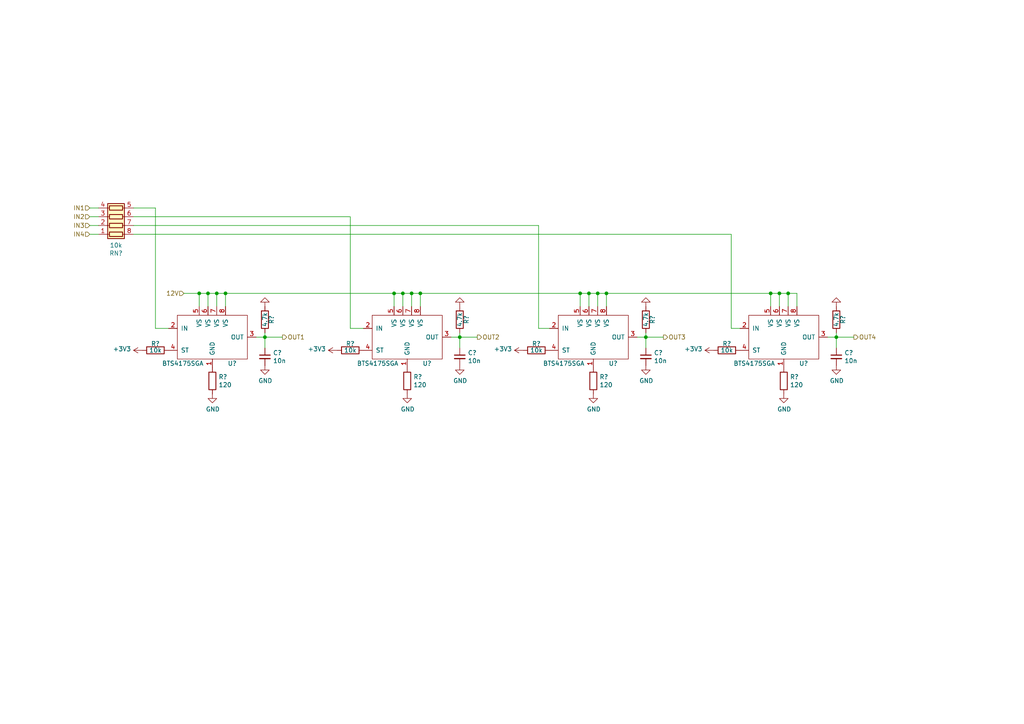
<source format=kicad_sch>
(kicad_sch (version 20211123) (generator eeschema)
  (paper "A4")
  (title_block (title "rusEfi Proteus") (date "2022-04-09") (rev "v0.7") (company "rusEFI") (comment 1 "github.com/mck1117/proteus") (comment 2 "rusefi.com/s/proteus"))
  (lib_symbols
    (symbol "Device:C_Small" (pin_numbers hide) (pin_names (offset 0.254) hide)
      (property "Reference" "C" (at 0.254 1.778 0))
      (property "Value" "C_Small" (at 0.254 -2.032 0))
      (symbol "C_Small_0_1"
        (polyline (pts (xy -1.524 -0.508) (xy 1.524 -0.508)) (stroke (width 0.3302)))
        (polyline (pts (xy -1.524 0.508) (xy 1.524 0.508)) (stroke (width 0.3048)))
      )
      (symbol "C_Small_1_1"
        (pin passive line (at 0 2.54 270) (length 2.032) (name "~") (number "1"))
        (pin passive line (at 0 -2.54 90) (length 2.032) (name "~") (number "2"))
      )
    )
    (symbol "Device:R" (pin_numbers hide) (pin_names (offset 0))
      (property "Reference" "R" (at 2.032 0 90))
      (property "Value" "R" (at 0 0 90))
      (symbol "R_0_1"
        (rectangle (start -1.016 -2.54) (end 1.016 2.54) (stroke (width 0.254)))
      )
      (symbol "R_1_1"
        (pin passive line (at 0 3.81 270) (length 1.27) (name "~") (number "1"))
        (pin passive line (at 0 -3.81 90) (length 1.27) (name "~") (number "2"))
      )
    )
    (symbol "Device:R_Pack04" (pin_names (offset 0) hide)
      (property "Reference" "RN" (at -7.62 0 90))
      (property "Value" "R_Pack04" (at 5.08 0 90))
      (symbol "R_Pack04_0_1"
        (rectangle (start -6.35 -2.413) (end 3.81 2.413) (stroke (width 0.254)) (fill (type background)))
        (rectangle (start -5.715 1.905) (end -4.445 -1.905) (stroke (width 0.254)))
        (rectangle (start -3.175 1.905) (end -1.905 -1.905) (stroke (width 0.254)))
        (rectangle (start -0.635 1.905) (end 0.635 -1.905) (stroke (width 0.254)))
        (polyline (pts (xy -5.08 -2.54) (xy -5.08 -1.905)))
        (polyline (pts (xy -5.08 1.905) (xy -5.08 2.54)))
        (polyline (pts (xy -2.54 -2.54) (xy -2.54 -1.905)))
        (polyline (pts (xy -2.54 1.905) (xy -2.54 2.54)))
        (polyline (pts (xy 0 -2.54) (xy 0 -1.905)))
        (polyline (pts (xy 0 1.905) (xy 0 2.54)))
        (polyline (pts (xy 2.54 -2.54) (xy 2.54 -1.905)))
        (polyline (pts (xy 2.54 1.905) (xy 2.54 2.54)))
        (rectangle (start 1.905 1.905) (end 3.175 -1.905) (stroke (width 0.254)))
      )
      (symbol "R_Pack04_1_1"
        (pin passive line (at -5.08 -5.08 90) (length 2.54) (name "R1.1") (number "1"))
        (pin passive line (at -2.54 -5.08 90) (length 2.54) (name "R2.1") (number "2"))
        (pin passive line (at 0 -5.08 90) (length 2.54) (name "R3.1") (number "3"))
        (pin passive line (at 2.54 -5.08 90) (length 2.54) (name "R4.1") (number "4"))
        (pin passive line (at 2.54 5.08 270) (length 2.54) (name "R4.2") (number "5"))
        (pin passive line (at 0 5.08 270) (length 2.54) (name "R3.2") (number "6"))
        (pin passive line (at -2.54 5.08 270) (length 2.54) (name "R2.2") (number "7"))
        (pin passive line (at -5.08 5.08 270) (length 2.54) (name "R1.2") (number "8"))
      )
    )
    (symbol "bts4175:BTS4175SGA" (pin_names (offset 1.016))
      (property "Reference" "U" (at -6.35 -7.62 0))
      (property "Value" "BTS4175SGA" (at 8.89 -7.62 0))
      (symbol "BTS4175SGA_0_1"
        (polyline (pts (xy -7.62 6.35) (xy 12.7 6.35) (xy 12.7 -6.35) (xy -7.62 -6.35) (xy -7.62 6.35)))
      )
      (symbol "BTS4175SGA_1_1"
        (pin bidirectional line (at 2.54 -8.89 90) (length 2.54) (name "GND") (number "1"))
        (pin input line (at -10.16 2.54 0) (length 2.54) (name "IN") (number "2"))
        (pin power_out line (at 15.24 0 180) (length 2.54) (name "OUT") (number "3"))
        (pin open_collector line (at -10.16 -3.81 0) (length 2.54) (name "ST") (number "4"))
        (pin power_in line (at -1.27 8.89 270) (length 2.54) (name "VS") (number "5"))
        (pin power_in line (at 1.27 8.89 270) (length 2.54) (name "VS") (number "6"))
        (pin power_in line (at 3.81 8.89 270) (length 2.54) (name "VS") (number "7"))
        (pin power_in line (at 6.35 8.89 270) (length 2.54) (name "VS") (number "8"))
      )
    )
    (symbol "power:GND" (power) (pin_names (offset 0))
      (property "Value" "GND" (at 0 -3.81 0))
      (symbol "GND_0_1"
        (polyline (pts (xy 0 0) (xy 0 -1.27) (xy 1.27 -1.27) (xy 0 -2.54) (xy -1.27 -1.27) (xy 0 -1.27)))
      )
      (symbol "GND_1_1"
        (pin power_in line (at 0 0 270) (length 0) hide (name "GND") (number "1"))
      )
    )
    (symbol "proteus-rescue:+3.3V-power" (power) (pin_names (offset 0))
      (property "Value" "+3.3V-power" (at 0 3.556 0))
      (symbol "+3.3V-power_0_1"
        (polyline (pts (xy -0.762 1.27) (xy 0 2.54)))
        (polyline (pts (xy 0 0) (xy 0 2.54)))
        (polyline (pts (xy 0 2.54) (xy 0.762 1.27)))
      )
      (symbol "+3.3V-power_1_1"
        (pin power_in line (at 0 0 90) (length 0) hide (name "+3V3") (number "1"))
      )
    )
  )
  (junction (at 228.6 85.09))
  (junction (at 57.785 85.09))
  (junction (at 168.275 85.09))
  (junction (at 121.92 85.09))
  (junction (at 175.895 85.09))
  (junction (at 76.835 97.79))
  (junction (at 170.815 85.09))
  (junction (at 173.355 85.09))
  (junction (at 133.35 97.79))
  (junction (at 62.865 85.09))
  (junction (at 60.325 85.09))
  (junction (at 116.84 85.09))
  (junction (at 226.06 85.09))
  (junction (at 223.52 85.09))
  (junction (at 119.38 85.09))
  (junction (at 187.325 97.79))
  (junction (at 242.57 97.79))
  (junction (at 65.405 85.09))
  (junction (at 114.3 85.09))
  (wire (pts (xy 226.06 88.9) (xy 226.06 85.09)))
  (wire (pts (xy 156.21 95.25) (xy 159.385 95.25)))
  (wire (pts (xy 28.575 60.325) (xy 26.035 60.325)))
  (wire (pts (xy 231.14 85.09) (xy 231.14 88.9)))
  (wire (pts (xy 38.735 67.945) (xy 212.09 67.945)))
  (wire (pts (xy 76.835 97.79) (xy 76.835 100.965)))
  (wire (pts (xy 76.835 96.52) (xy 76.835 97.79)))
  (wire (pts (xy 226.06 85.09) (xy 228.6 85.09)))
  (wire (pts (xy 228.6 85.09) (xy 231.14 85.09)))
  (wire (pts (xy 223.52 85.09) (xy 226.06 85.09)))
  (wire (pts (xy 28.575 65.405) (xy 26.035 65.405)))
  (wire (pts (xy 57.785 88.9) (xy 57.785 85.09)))
  (wire (pts (xy 62.865 85.09) (xy 65.405 85.09)))
  (wire (pts (xy 173.355 85.09) (xy 173.355 88.9)))
  (wire (pts (xy 26.035 67.945) (xy 28.575 67.945)))
  (wire (pts (xy 53.34 85.09) (xy 57.785 85.09)))
  (wire (pts (xy 175.895 85.09) (xy 175.895 88.9)))
  (wire (pts (xy 26.035 62.865) (xy 28.575 62.865)))
  (wire (pts (xy 116.84 88.9) (xy 116.84 85.09)))
  (wire (pts (xy 168.275 88.9) (xy 168.275 85.09)))
  (wire (pts (xy 121.92 85.09) (xy 168.275 85.09)))
  (wire (pts (xy 62.865 85.09) (xy 62.865 88.9)))
  (wire (pts (xy 65.405 85.09) (xy 65.405 88.9)))
  (wire (pts (xy 187.325 97.79) (xy 187.325 100.965)))
  (wire (pts (xy 187.325 96.52) (xy 187.325 97.79)))
  (wire (pts (xy 101.6 95.25) (xy 105.41 95.25)))
  (wire (pts (xy 130.81 97.79) (xy 133.35 97.79)))
  (wire (pts (xy 133.35 96.52) (xy 133.35 97.79)))
  (wire (pts (xy 114.3 88.9) (xy 114.3 85.09)))
  (wire (pts (xy 223.52 88.9) (xy 223.52 85.09)))
  (wire (pts (xy 119.38 85.09) (xy 119.38 88.9)))
  (wire (pts (xy 175.895 85.09) (xy 223.52 85.09)))
  (wire (pts (xy 76.835 97.79) (xy 81.915 97.79)))
  (wire (pts (xy 116.84 85.09) (xy 119.38 85.09)))
  (wire (pts (xy 170.815 85.09) (xy 173.355 85.09)))
  (wire (pts (xy 65.405 85.09) (xy 114.3 85.09)))
  (wire (pts (xy 133.35 97.79) (xy 133.35 100.965)))
  (wire (pts (xy 242.57 97.79) (xy 247.65 97.79)))
  (wire (pts (xy 242.57 96.52) (xy 242.57 97.79)))
  (wire (pts (xy 60.325 88.9) (xy 60.325 85.09)))
  (wire (pts (xy 114.3 85.09) (xy 116.84 85.09)))
  (wire (pts (xy 156.21 65.405) (xy 156.21 95.25)))
  (wire (pts (xy 184.785 97.79) (xy 187.325 97.79)))
  (wire (pts (xy 45.085 60.325) (xy 45.085 95.25)))
  (wire (pts (xy 119.38 85.09) (xy 121.92 85.09)))
  (wire (pts (xy 38.735 65.405) (xy 156.21 65.405)))
  (wire (pts (xy 170.815 88.9) (xy 170.815 85.09)))
  (wire (pts (xy 60.325 85.09) (xy 62.865 85.09)))
  (wire (pts (xy 38.735 60.325) (xy 45.085 60.325)))
  (wire (pts (xy 242.57 97.79) (xy 242.57 100.965)))
  (wire (pts (xy 240.03 97.79) (xy 242.57 97.79)))
  (wire (pts (xy 133.35 97.79) (xy 138.43 97.79)))
  (wire (pts (xy 228.6 85.09) (xy 228.6 88.9)))
  (wire (pts (xy 121.92 85.09) (xy 121.92 88.9)))
  (wire (pts (xy 45.085 95.25) (xy 48.895 95.25)))
  (wire (pts (xy 173.355 85.09) (xy 175.895 85.09)))
  (wire (pts (xy 57.785 85.09) (xy 60.325 85.09)))
  (wire (pts (xy 168.275 85.09) (xy 170.815 85.09)))
  (wire (pts (xy 212.09 95.25) (xy 214.63 95.25)))
  (wire (pts (xy 212.09 67.945) (xy 212.09 95.25)))
  (wire (pts (xy 187.325 97.79) (xy 192.405 97.79)))
  (wire (pts (xy 101.6 62.865) (xy 101.6 95.25)))
  (wire (pts (xy 74.295 97.79) (xy 76.835 97.79)))
  (wire (pts (xy 38.735 62.865) (xy 101.6 62.865)))
  (hierarchical_label "IN2" (shape input) (at 26.035 62.865 180))
  (hierarchical_label "IN3" (shape input) (at 26.035 65.405 180))
  (hierarchical_label "IN1" (shape input) (at 26.035 60.325 180))
  (hierarchical_label "IN4" (shape input) (at 26.035 67.945 180))
  (hierarchical_label "OUT3" (shape output) (at 192.405 97.79 0))
  (hierarchical_label "12V" (shape input) (at 53.34 85.09 180))
  (hierarchical_label "OUT4" (shape output) (at 247.65 97.79 0))
  (hierarchical_label "OUT2" (shape output) (at 138.43 97.79 0))
  (hierarchical_label "OUT1" (shape output) (at 81.915 97.79 0))
  (symbol (lib_id "Device:R_Pack04") (at 33.655 62.865 270) (mirror x) (unit 1)
    (property "Reference" "RN?" (at 33.655 73.4568 90))
    (property "Value" "10k" (at 33.655 71.1454 90))
    (property "Footprint" "Resistor_SMD:R_Array_Convex_4x0603" (effects hide))
    (property "PN" "CAT16-1002F4LF" (effects hide))
    (property "LCSC" "C29718" (effects hide))
    (property "LCSC_ext" "0" (effects hide))
  )
  (symbol (lib_id "Device:C_Small") (at 242.57 103.505 0) (unit 1)
    (property "Reference" "C?" (at 244.9068 102.3366 0) (effects (justify left)))
    (property "Value" "10n" (at 244.9068 104.648 0) (effects (justify left)))
    (property "Footprint" "Capacitor_SMD:C_0603_1608Metric" (effects hide))
    (property "LCSC" "C57112" (effects hide))
    (property "LCSC_ext" "0" (effects hide))
  )
  (symbol (lib_id "Device:C_Small") (at 76.835 103.505 0) (unit 1)
    (property "Reference" "C?" (at 79.1718 102.3366 0) (effects (justify left)))
    (property "Value" "10n" (at 79.1718 104.648 0) (effects (justify left)))
    (property "Footprint" "Capacitor_SMD:C_0603_1608Metric" (effects hide))
    (property "LCSC" "C57112" (effects hide))
    (property "LCSC_ext" "0" (effects hide))
  )
  (symbol (lib_id "Device:C_Small") (at 133.35 103.505 0) (unit 1)
    (property "Reference" "C?" (at 135.6868 102.3366 0) (effects (justify left)))
    (property "Value" "10n" (at 135.6868 104.648 0) (effects (justify left)))
    (property "Footprint" "Capacitor_SMD:C_0603_1608Metric" (effects hide))
    (property "LCSC" "C57112" (effects hide))
    (property "LCSC_ext" "0" (effects hide))
  )
  (symbol (lib_id "Device:C_Small") (at 187.325 103.505 0) (unit 1)
    (property "Reference" "C?" (at 189.6618 102.3366 0) (effects (justify left)))
    (property "Value" "10n" (at 189.6618 104.648 0) (effects (justify left)))
    (property "Footprint" "Capacitor_SMD:C_0603_1608Metric" (effects hide))
    (property "LCSC" "C57112" (effects hide))
    (property "LCSC_ext" "0" (effects hide))
  )
  (symbol (lib_id "bts4175:BTS4175SGA") (at 59.055 97.79 0) (unit 1)
    (property "Reference" "U?" (at 66.04 105.41 0) (effects (justify left)))
    (property "Value" "BTS4175SGA" (at 46.99 105.41 0) (effects (justify left)))
    (property "Footprint" "Package_SO:SOIC-8_3.9x4.9mm_P1.27mm" (effects hide))
    (property "LCSC" "C152451" (effects hide))
    (property "LCSC_ext" "1" (effects hide))
    (property "PN" "BTS4175" (effects hide))
    (property "possible_not_ext" "1" (effects hide))
  )
  (symbol (lib_id "power:GND") (at 61.595 114.3 0) (unit 1)
    (property "Reference" "#PWR0261" (effects hide))
    (property "Value" "GND" (at 61.722 118.6942 0))
  )
  (symbol (lib_id "power:GND") (at 76.835 106.045 0) (unit 1)
    (property "Reference" "#PWR0263" (effects hide))
    (property "Value" "GND" (at 76.962 110.4392 0))
  )
  (symbol (lib_id "Device:R") (at 61.595 110.49 0) (unit 1)
    (property "Reference" "R?" (at 63.373 109.3216 0) (effects (justify left)))
    (property "Value" "120" (at 63.373 111.633 0) (effects (justify left)))
    (property "Footprint" "Resistor_SMD:R_0603_1608Metric" (effects hide))
    (property "LCSC" "C22787" (effects hide))
    (property "LCSC_ext" "0" (effects hide))
  )
  (symbol (lib_id "Device:R") (at 45.085 101.6 270) (unit 1)
    (property "Reference" "R?" (at 45.085 99.695 90))
    (property "Value" "10k" (at 45.085 101.6 90))
    (property "Footprint" "Resistor_SMD:R_0402_1005Metric" (effects hide))
    (property "LCSC" "C25744" (effects hide))
    (property "LCSC_ext" "0" (effects hide))
  )
  (symbol (lib_id "proteus-rescue:+3.3V-power") (at 41.275 101.6 90) (unit 1)
    (property "Reference" "#PWR?" (effects hide))
    (property "Value" "+3.3V" (at 38.0238 101.219 90) (effects (justify left)))
  )
  (symbol (lib_id "bts4175:BTS4175SGA") (at 115.57 97.79 0) (unit 1)
    (property "Reference" "U?" (at 122.555 105.41 0) (effects (justify left)))
    (property "Value" "BTS4175SGA" (at 103.505 105.41 0) (effects (justify left)))
    (property "Footprint" "Package_SO:SOIC-8_3.9x4.9mm_P1.27mm" (effects hide))
    (property "LCSC" "C152451" (effects hide))
    (property "LCSC_ext" "1" (effects hide))
    (property "PN" "BTS4175" (effects hide))
    (property "possible_not_ext" "1" (effects hide))
  )
  (symbol (lib_id "power:GND") (at 118.11 114.3 0) (unit 1)
    (property "Reference" "#PWR0265" (effects hide))
    (property "Value" "GND" (at 118.237 118.6942 0))
  )
  (symbol (lib_id "power:GND") (at 133.35 106.045 0) (unit 1)
    (property "Reference" "#PWR0267" (effects hide))
    (property "Value" "GND" (at 133.477 110.4392 0))
  )
  (symbol (lib_id "Device:R") (at 118.11 110.49 0) (unit 1)
    (property "Reference" "R?" (at 119.888 109.3216 0) (effects (justify left)))
    (property "Value" "120" (at 119.888 111.633 0) (effects (justify left)))
    (property "Footprint" "Resistor_SMD:R_0603_1608Metric" (effects hide))
    (property "LCSC" "C22787" (effects hide))
    (property "LCSC_ext" "0" (effects hide))
  )
  (symbol (lib_id "Device:R") (at 101.6 101.6 270) (unit 1)
    (property "Reference" "R?" (at 101.6 99.695 90))
    (property "Value" "10k" (at 101.6 101.6 90))
    (property "Footprint" "Resistor_SMD:R_0402_1005Metric" (effects hide))
    (property "LCSC" "C25744" (effects hide))
    (property "LCSC_ext" "0" (effects hide))
  )
  (symbol (lib_id "proteus-rescue:+3.3V-power") (at 97.79 101.6 90) (unit 1)
    (property "Reference" "#PWR?" (effects hide))
    (property "Value" "+3.3V" (at 94.5388 101.219 90) (effects (justify left)))
  )
  (symbol (lib_id "bts4175:BTS4175SGA") (at 169.545 97.79 0) (unit 1)
    (property "Reference" "U?" (at 176.53 105.41 0) (effects (justify left)))
    (property "Value" "BTS4175SGA" (at 157.48 105.41 0) (effects (justify left)))
    (property "Footprint" "Package_SO:SOIC-8_3.9x4.9mm_P1.27mm" (effects hide))
    (property "LCSC" "C152451" (effects hide))
    (property "LCSC_ext" "1" (effects hide))
    (property "PN" "BTS4175" (effects hide))
    (property "possible_not_ext" "1" (effects hide))
  )
  (symbol (lib_id "power:GND") (at 172.085 114.3 0) (unit 1)
    (property "Reference" "#PWR0269" (effects hide))
    (property "Value" "GND" (at 172.212 118.6942 0))
  )
  (symbol (lib_id "power:GND") (at 187.325 106.045 0) (unit 1)
    (property "Reference" "#PWR0271" (effects hide))
    (property "Value" "GND" (at 187.452 110.4392 0))
  )
  (symbol (lib_id "Device:R") (at 172.085 110.49 0) (unit 1)
    (property "Reference" "R?" (at 173.863 109.3216 0) (effects (justify left)))
    (property "Value" "120" (at 173.863 111.633 0) (effects (justify left)))
    (property "Footprint" "Resistor_SMD:R_0603_1608Metric" (effects hide))
    (property "LCSC" "C22787" (effects hide))
    (property "LCSC_ext" "0" (effects hide))
  )
  (symbol (lib_id "Device:R") (at 155.575 101.6 270) (unit 1)
    (property "Reference" "R?" (at 155.575 99.695 90))
    (property "Value" "10k" (at 155.575 101.6 90))
    (property "Footprint" "Resistor_SMD:R_0402_1005Metric" (effects hide))
    (property "LCSC" "C25744" (effects hide))
    (property "LCSC_ext" "0" (effects hide))
  )
  (symbol (lib_id "proteus-rescue:+3.3V-power") (at 151.765 101.6 90) (unit 1)
    (property "Reference" "#PWR?" (effects hide))
    (property "Value" "+3.3V" (at 148.5138 101.219 90) (effects (justify left)))
  )
  (symbol (lib_id "bts4175:BTS4175SGA") (at 224.79 97.79 0) (unit 1)
    (property "Reference" "U?" (at 231.775 105.41 0) (effects (justify left)))
    (property "Value" "BTS4175SGA" (at 212.725 105.41 0) (effects (justify left)))
    (property "Footprint" "Package_SO:SOIC-8_3.9x4.9mm_P1.27mm" (effects hide))
    (property "LCSC" "C152451" (effects hide))
    (property "LCSC_ext" "1" (effects hide))
    (property "PN" "BTS4175" (effects hide))
    (property "possible_not_ext" "1" (effects hide))
  )
  (symbol (lib_id "power:GND") (at 227.33 114.3 0) (unit 1)
    (property "Reference" "#PWR0273" (effects hide))
    (property "Value" "GND" (at 227.457 118.6942 0))
  )
  (symbol (lib_id "power:GND") (at 242.57 106.045 0) (unit 1)
    (property "Reference" "#PWR0275" (effects hide))
    (property "Value" "GND" (at 242.697 110.4392 0))
  )
  (symbol (lib_id "Device:R") (at 227.33 110.49 0) (unit 1)
    (property "Reference" "R?" (at 229.108 109.3216 0) (effects (justify left)))
    (property "Value" "120" (at 229.108 111.633 0) (effects (justify left)))
    (property "Footprint" "Resistor_SMD:R_0603_1608Metric" (effects hide))
    (property "LCSC" "C22787" (effects hide))
    (property "LCSC_ext" "0" (effects hide))
  )
  (symbol (lib_id "Device:R") (at 210.82 101.6 270) (unit 1)
    (property "Reference" "R?" (at 210.82 99.695 90))
    (property "Value" "10k" (at 210.82 101.6 90))
    (property "Footprint" "Resistor_SMD:R_0402_1005Metric" (effects hide))
    (property "LCSC" "C25744" (effects hide))
    (property "LCSC_ext" "0" (effects hide))
  )
  (symbol (lib_id "proteus-rescue:+3.3V-power") (at 207.01 101.6 90) (unit 1)
    (property "Reference" "#PWR?" (effects hide))
    (property "Value" "+3.3V" (at 203.7588 101.219 90) (effects (justify left)))
  )
  (symbol (lib_id "Device:R") (at 76.835 92.71 180) (unit 1)
    (property "Reference" "R?" (at 78.74 92.71 90))
    (property "Value" "4.7k" (at 76.835 92.71 90))
    (property "Footprint" "Resistor_SMD:R_0805_2012Metric" (effects hide))
    (property "LCSC" "C17673" (effects hide))
    (property "LCSC_ext" "0" (effects hide))
  )
  (symbol (lib_id "power:GND") (at 76.835 88.9 180) (unit 1)
    (property "Reference" "#PWR0262" (effects hide))
    (property "Value" "GND" (effects hide))
  )
  (symbol (lib_id "Device:R") (at 133.35 92.71 180) (unit 1)
    (property "Reference" "R?" (at 135.255 92.71 90))
    (property "Value" "4.7k" (at 133.35 92.71 90))
    (property "Footprint" "Resistor_SMD:R_0805_2012Metric" (effects hide))
    (property "LCSC" "C17673" (effects hide))
    (property "LCSC_ext" "0" (effects hide))
  )
  (symbol (lib_id "power:GND") (at 133.35 88.9 180) (unit 1)
    (property "Reference" "#PWR0266" (effects hide))
    (property "Value" "GND" (effects hide))
  )
  (symbol (lib_id "Device:R") (at 187.325 92.71 180) (unit 1)
    (property "Reference" "R?" (at 189.23 92.71 90))
    (property "Value" "4.7k" (at 187.325 92.71 90))
    (property "Footprint" "Resistor_SMD:R_0805_2012Metric" (effects hide))
    (property "LCSC" "C17673" (effects hide))
    (property "LCSC_ext" "0" (effects hide))
  )
  (symbol (lib_id "power:GND") (at 187.325 88.9 180) (unit 1)
    (property "Reference" "#PWR0270" (effects hide))
    (property "Value" "GND" (effects hide))
  )
  (symbol (lib_id "Device:R") (at 242.57 92.71 180) (unit 1)
    (property "Reference" "R?" (at 244.475 92.71 90))
    (property "Value" "4.7k" (at 242.57 92.71 90))
    (property "Footprint" "Resistor_SMD:R_0805_2012Metric" (effects hide))
    (property "LCSC" "C17673" (effects hide))
    (property "LCSC_ext" "0" (effects hide))
  )
  (symbol (lib_id "power:GND") (at 242.57 88.9 180) (unit 1)
    (property "Reference" "#PWR0274" (effects hide))
    (property "Value" "GND" (effects hide))
  )
)
</source>
